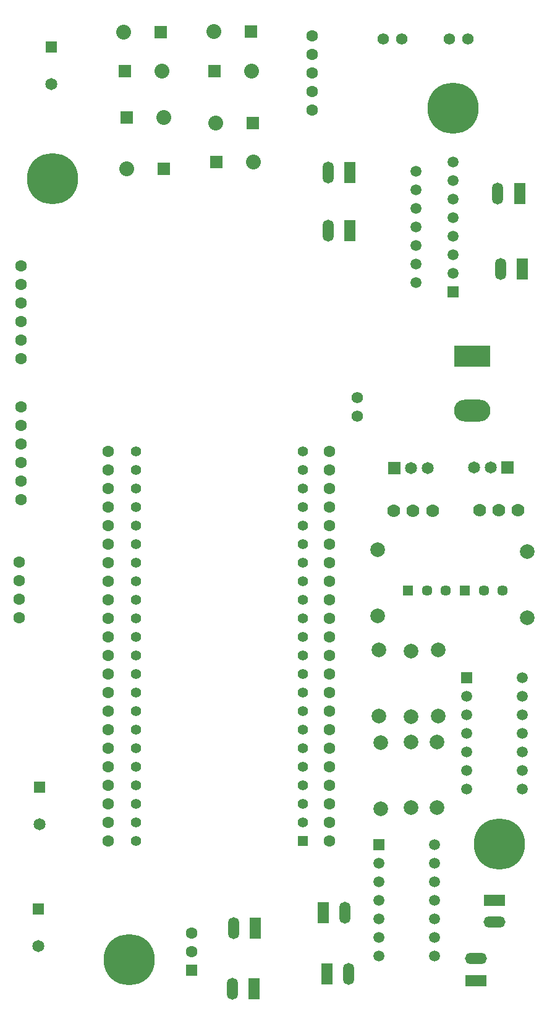
<source format=gbr>
%TF.GenerationSoftware,Altium Limited,Altium Designer,25.8.1 (18)*%
G04 Layer_Color=255*
%FSLAX45Y45*%
%MOMM*%
%TF.SameCoordinates,412E6415-05C8-40E6-B22C-806341DFC968*%
%TF.FilePolarity,Positive*%
%TF.FileFunction,Pads,Top*%
%TF.Part,Single*%
G01*
G75*
%TA.AperFunction,ComponentPad*%
%ADD16C,1.39700*%
%ADD17R,1.39700X1.39700*%
%ADD18C,1.60000*%
%ADD19O,5.00000X3.00000*%
%ADD20R,5.00000X3.00000*%
%ADD21C,1.50000*%
%ADD22R,1.50000X1.50000*%
%ADD23O,1.50000X3.00000*%
%ADD24C,1.77800*%
%ADD25C,2.00000*%
%ADD26R,1.77800X1.77800*%
%ADD27R,1.65000X1.65000*%
%ADD28C,1.60000*%
%ADD29C,1.57480*%
%ADD30O,3.00000X1.50000*%
%ADD31R,1.60000X1.60000*%
%ADD32C,1.65100*%
%ADD33C,1.45000*%
%ADD34R,1.50000X3.00000*%
%ADD35C,2.03200*%
%ADD36R,3.00000X1.50000*%
%ADD37C,1.65000*%
%ADD38R,1.45000X1.45000*%
%ADD39R,1.65100X1.65100*%
%ADD40C,7.00000*%
D16*
X8521700Y8686800D02*
D03*
X10807700D02*
D03*
X8521700Y8432800D02*
D03*
Y8178800D02*
D03*
X10807700D02*
D03*
X8521700Y7924800D02*
D03*
X10807700D02*
D03*
X8521700Y7670800D02*
D03*
Y7416800D02*
D03*
Y7162800D02*
D03*
Y6908800D02*
D03*
Y6654800D02*
D03*
Y6400800D02*
D03*
Y6146800D02*
D03*
Y5892800D02*
D03*
Y5638800D02*
D03*
Y5384800D02*
D03*
X10807700D02*
D03*
X8521700Y5130800D02*
D03*
X10807700D02*
D03*
X8521700Y4876800D02*
D03*
X10807700D02*
D03*
X8521700Y4622800D02*
D03*
X10807700D02*
D03*
X8521700Y4368800D02*
D03*
X10807700D02*
D03*
X8521700Y4114800D02*
D03*
X10807700D02*
D03*
X8521700Y3860800D02*
D03*
X10807700D02*
D03*
X8521700Y3606800D02*
D03*
X10807700D02*
D03*
X8521700Y3352800D02*
D03*
X10807700Y8432800D02*
D03*
Y6908800D02*
D03*
Y6146800D02*
D03*
Y6654800D02*
D03*
Y7162800D02*
D03*
Y7670800D02*
D03*
Y6400800D02*
D03*
Y7416800D02*
D03*
Y5638800D02*
D03*
Y5892800D02*
D03*
D17*
Y3352800D02*
D03*
D18*
X11176000Y3860800D02*
D03*
Y4622800D02*
D03*
Y5130800D02*
D03*
Y3606800D02*
D03*
Y4114800D02*
D03*
Y4876800D02*
D03*
X8140700Y7670800D02*
D03*
X6946900Y10464800D02*
D03*
X11176000Y4368800D02*
D03*
X8140700Y4622800D02*
D03*
Y7416800D02*
D03*
X6946900Y10210800D02*
D03*
Y8026400D02*
D03*
Y9296400D02*
D03*
Y9042400D02*
D03*
Y8280400D02*
D03*
Y8534400D02*
D03*
Y8788400D02*
D03*
X6921500Y7175500D02*
D03*
Y6921500D02*
D03*
Y6667500D02*
D03*
Y6413500D02*
D03*
X11176000Y7670800D02*
D03*
Y7924800D02*
D03*
X10934700Y13614400D02*
D03*
X6946900Y10718800D02*
D03*
X11176000Y8686800D02*
D03*
X10934700Y13360400D02*
D03*
X8140700Y3352800D02*
D03*
X6946900Y10972800D02*
D03*
Y11226800D02*
D03*
X11176000Y8178800D02*
D03*
Y8432800D02*
D03*
X8140700Y5384800D02*
D03*
Y5130800D02*
D03*
Y4876800D02*
D03*
Y4368800D02*
D03*
Y4114800D02*
D03*
Y3860800D02*
D03*
Y3606800D02*
D03*
X10934700Y13868401D02*
D03*
Y14376401D02*
D03*
Y14122400D02*
D03*
X8140700Y5638800D02*
D03*
Y5892800D02*
D03*
Y6146800D02*
D03*
Y6400800D02*
D03*
Y6654800D02*
D03*
Y6908800D02*
D03*
Y7162800D02*
D03*
Y8686800D02*
D03*
Y8178800D02*
D03*
Y7924800D02*
D03*
Y8432800D02*
D03*
X11176000Y7416800D02*
D03*
X6946900Y9956800D02*
D03*
X11176000Y7162800D02*
D03*
Y6908800D02*
D03*
Y6146800D02*
D03*
Y3352800D02*
D03*
Y6400800D02*
D03*
Y6654800D02*
D03*
Y5638800D02*
D03*
Y5892800D02*
D03*
Y5384800D02*
D03*
D19*
X13131799Y9245600D02*
D03*
D20*
Y9995600D02*
D03*
D21*
X12357100Y12522200D02*
D03*
X12865100Y12395200D02*
D03*
X12357100Y12268200D02*
D03*
Y12014200D02*
D03*
X12865100Y11633200D02*
D03*
Y11379200D02*
D03*
X12357100Y11252200D02*
D03*
X12865100Y11125200D02*
D03*
X12357100Y10998200D02*
D03*
Y11760200D02*
D03*
X12865100Y12649200D02*
D03*
Y11887200D02*
D03*
X12357100Y11506200D02*
D03*
X12865100Y12141200D02*
D03*
X13817599Y5588000D02*
D03*
X12611100Y3302000D02*
D03*
X13817599Y5334000D02*
D03*
Y5080000D02*
D03*
Y4572000D02*
D03*
Y4318000D02*
D03*
X13055600Y4064000D02*
D03*
X12611100Y3048000D02*
D03*
Y2540000D02*
D03*
Y2032000D02*
D03*
X11849100Y1778000D02*
D03*
Y2286000D02*
D03*
Y2794000D02*
D03*
X13055600Y5080000D02*
D03*
X12611100Y1778000D02*
D03*
Y2286000D02*
D03*
Y2794000D02*
D03*
X11849100Y2032000D02*
D03*
Y2540000D02*
D03*
Y3048000D02*
D03*
X13817599Y4064000D02*
D03*
Y4826000D02*
D03*
X13055600Y4318000D02*
D03*
Y4572000D02*
D03*
Y4826000D02*
D03*
Y5334000D02*
D03*
D22*
X12865100Y10871200D02*
D03*
X11849100Y3302000D02*
D03*
X13055600Y5588000D02*
D03*
D23*
X13479500Y12217400D02*
D03*
X11155400Y11709400D02*
D03*
Y12509500D02*
D03*
X9860000Y2159000D02*
D03*
X13517599Y11188700D02*
D03*
X9842500Y1333500D02*
D03*
X11437900Y1536700D02*
D03*
X11387100Y2374900D02*
D03*
D24*
X13761400Y7886700D02*
D03*
X12585700Y7874000D02*
D03*
X12057700D02*
D03*
X12321700D02*
D03*
X13233400Y7886700D02*
D03*
X13497400D02*
D03*
D25*
X11874500Y3799000D02*
D03*
X11849100Y5069000D02*
D03*
X13881100Y6415200D02*
D03*
X11836400Y6440600D02*
D03*
X12661900Y5969000D02*
D03*
Y5069000D02*
D03*
X12649200Y3810000D02*
D03*
Y4710000D02*
D03*
X11874500Y4699000D02*
D03*
X11849100Y5969000D02*
D03*
X12293600Y5054600D02*
D03*
Y5954600D02*
D03*
Y3810000D02*
D03*
Y4710000D02*
D03*
X13881100Y7315200D02*
D03*
X11836400Y7340600D02*
D03*
D26*
X9626600Y12649200D02*
D03*
X9601200Y13893800D02*
D03*
X8902700Y12560300D02*
D03*
X8864600Y14427200D02*
D03*
X10121900Y13182600D02*
D03*
X10096500Y14439900D02*
D03*
X8394700Y13258800D02*
D03*
X8369300Y13893800D02*
D03*
D27*
X7188200Y2425700D02*
D03*
X7200900Y4089400D02*
D03*
X7366000Y14224001D02*
D03*
D28*
X9283700Y2095500D02*
D03*
Y1841500D02*
D03*
D29*
X11557000Y9423400D02*
D03*
X13068300Y14338300D02*
D03*
X12166600D02*
D03*
X11557000Y9169400D02*
D03*
X12814301Y14338300D02*
D03*
X11912600D02*
D03*
D30*
X13182600Y1743800D02*
D03*
X13436600Y2243900D02*
D03*
D31*
X9283700Y1587500D02*
D03*
D32*
X13157201Y8470900D02*
D03*
X12522200Y8458200D02*
D03*
X12293600D02*
D03*
X13385800Y8470900D02*
D03*
D33*
X12769500Y6781900D02*
D03*
X13550200Y6781800D02*
D03*
X13290199D02*
D03*
X12509500Y6781900D02*
D03*
D34*
X13779500Y12217400D02*
D03*
X13817599Y11188700D02*
D03*
X10142500Y1333500D02*
D03*
X10160000Y2159000D02*
D03*
X11455400Y11709400D02*
D03*
X11087100Y2374900D02*
D03*
X11137900Y1536700D02*
D03*
X11455400Y12509500D02*
D03*
D35*
X9613900Y13182600D02*
D03*
X9588500Y14439900D02*
D03*
X8902700Y13258800D02*
D03*
X8877300Y13893800D02*
D03*
X10109200D02*
D03*
X10134600Y12649200D02*
D03*
X8356600Y14427200D02*
D03*
X8394700Y12560300D02*
D03*
D36*
X13182600Y1443800D02*
D03*
X13436600Y2543900D02*
D03*
D37*
X7188200Y1917700D02*
D03*
X7200900Y3581400D02*
D03*
X7366000Y13716000D02*
D03*
D38*
X13030200Y6781800D02*
D03*
X12249500Y6781900D02*
D03*
D39*
X12065000Y8458200D02*
D03*
X13614400Y8470900D02*
D03*
D40*
X7378700Y12420600D02*
D03*
X13500101Y3314700D02*
D03*
X12865100Y13385800D02*
D03*
X8432800Y1727200D02*
D03*
%TF.MD5,5a3ef425892583b6e8b7547a4e34cf28*%
M02*

</source>
